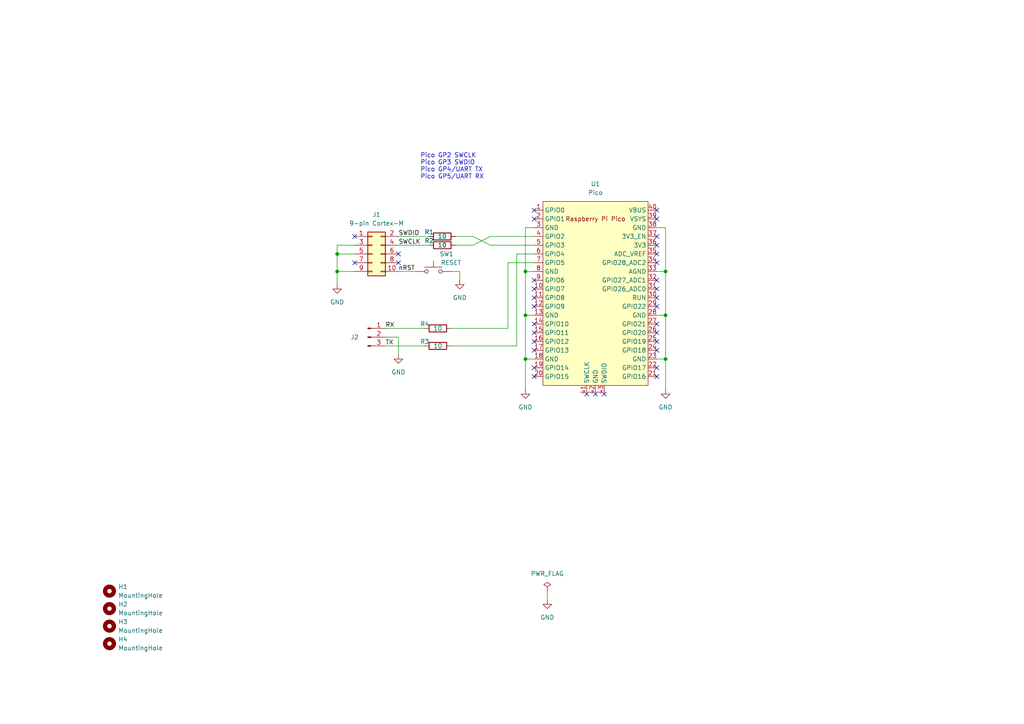
<source format=kicad_sch>
(kicad_sch (version 20230121) (generator eeschema)

  (uuid a9f1bf11-b74a-40b1-8516-a48b84a9a03b)

  (paper "A4")

  (title_block
    (title "Raspberry Pi Pico SWD Debuger")
    (date "2023/10/07")
    (company "Masahiro Kusunoki JP3SRS")
  )

  (lib_symbols
    (symbol "Connector:Conn_01x03_Pin" (pin_names (offset 1.016) hide) (in_bom yes) (on_board yes)
      (property "Reference" "J" (at 0 5.08 0)
        (effects (font (size 1.27 1.27)))
      )
      (property "Value" "Conn_01x03_Pin" (at 0 -5.08 0)
        (effects (font (size 1.27 1.27)))
      )
      (property "Footprint" "" (at 0 0 0)
        (effects (font (size 1.27 1.27)) hide)
      )
      (property "Datasheet" "~" (at 0 0 0)
        (effects (font (size 1.27 1.27)) hide)
      )
      (property "ki_locked" "" (at 0 0 0)
        (effects (font (size 1.27 1.27)))
      )
      (property "ki_keywords" "connector" (at 0 0 0)
        (effects (font (size 1.27 1.27)) hide)
      )
      (property "ki_description" "Generic connector, single row, 01x03, script generated" (at 0 0 0)
        (effects (font (size 1.27 1.27)) hide)
      )
      (property "ki_fp_filters" "Connector*:*_1x??_*" (at 0 0 0)
        (effects (font (size 1.27 1.27)) hide)
      )
      (symbol "Conn_01x03_Pin_1_1"
        (polyline
          (pts
            (xy 1.27 -2.54)
            (xy 0.8636 -2.54)
          )
          (stroke (width 0.1524) (type default))
          (fill (type none))
        )
        (polyline
          (pts
            (xy 1.27 0)
            (xy 0.8636 0)
          )
          (stroke (width 0.1524) (type default))
          (fill (type none))
        )
        (polyline
          (pts
            (xy 1.27 2.54)
            (xy 0.8636 2.54)
          )
          (stroke (width 0.1524) (type default))
          (fill (type none))
        )
        (rectangle (start 0.8636 -2.413) (end 0 -2.667)
          (stroke (width 0.1524) (type default))
          (fill (type outline))
        )
        (rectangle (start 0.8636 0.127) (end 0 -0.127)
          (stroke (width 0.1524) (type default))
          (fill (type outline))
        )
        (rectangle (start 0.8636 2.667) (end 0 2.413)
          (stroke (width 0.1524) (type default))
          (fill (type outline))
        )
        (pin passive line (at 5.08 2.54 180) (length 3.81)
          (name "Pin_1" (effects (font (size 1.27 1.27))))
          (number "1" (effects (font (size 1.27 1.27))))
        )
        (pin passive line (at 5.08 0 180) (length 3.81)
          (name "Pin_2" (effects (font (size 1.27 1.27))))
          (number "2" (effects (font (size 1.27 1.27))))
        )
        (pin passive line (at 5.08 -2.54 180) (length 3.81)
          (name "Pin_3" (effects (font (size 1.27 1.27))))
          (number "3" (effects (font (size 1.27 1.27))))
        )
      )
    )
    (symbol "Connector_Generic:Conn_02x05_Odd_Even" (pin_names (offset 1.016) hide) (in_bom yes) (on_board yes)
      (property "Reference" "J" (at 1.27 7.62 0)
        (effects (font (size 1.27 1.27)))
      )
      (property "Value" "Conn_02x05_Odd_Even" (at 1.27 -7.62 0)
        (effects (font (size 1.27 1.27)))
      )
      (property "Footprint" "" (at 0 0 0)
        (effects (font (size 1.27 1.27)) hide)
      )
      (property "Datasheet" "~" (at 0 0 0)
        (effects (font (size 1.27 1.27)) hide)
      )
      (property "ki_keywords" "connector" (at 0 0 0)
        (effects (font (size 1.27 1.27)) hide)
      )
      (property "ki_description" "Generic connector, double row, 02x05, odd/even pin numbering scheme (row 1 odd numbers, row 2 even numbers), script generated (kicad-library-utils/schlib/autogen/connector/)" (at 0 0 0)
        (effects (font (size 1.27 1.27)) hide)
      )
      (property "ki_fp_filters" "Connector*:*_2x??_*" (at 0 0 0)
        (effects (font (size 1.27 1.27)) hide)
      )
      (symbol "Conn_02x05_Odd_Even_1_1"
        (rectangle (start -1.27 -4.953) (end 0 -5.207)
          (stroke (width 0.1524) (type default))
          (fill (type none))
        )
        (rectangle (start -1.27 -2.413) (end 0 -2.667)
          (stroke (width 0.1524) (type default))
          (fill (type none))
        )
        (rectangle (start -1.27 0.127) (end 0 -0.127)
          (stroke (width 0.1524) (type default))
          (fill (type none))
        )
        (rectangle (start -1.27 2.667) (end 0 2.413)
          (stroke (width 0.1524) (type default))
          (fill (type none))
        )
        (rectangle (start -1.27 5.207) (end 0 4.953)
          (stroke (width 0.1524) (type default))
          (fill (type none))
        )
        (rectangle (start -1.27 6.35) (end 3.81 -6.35)
          (stroke (width 0.254) (type default))
          (fill (type background))
        )
        (rectangle (start 3.81 -4.953) (end 2.54 -5.207)
          (stroke (width 0.1524) (type default))
          (fill (type none))
        )
        (rectangle (start 3.81 -2.413) (end 2.54 -2.667)
          (stroke (width 0.1524) (type default))
          (fill (type none))
        )
        (rectangle (start 3.81 0.127) (end 2.54 -0.127)
          (stroke (width 0.1524) (type default))
          (fill (type none))
        )
        (rectangle (start 3.81 2.667) (end 2.54 2.413)
          (stroke (width 0.1524) (type default))
          (fill (type none))
        )
        (rectangle (start 3.81 5.207) (end 2.54 4.953)
          (stroke (width 0.1524) (type default))
          (fill (type none))
        )
        (pin passive line (at -5.08 5.08 0) (length 3.81)
          (name "Pin_1" (effects (font (size 1.27 1.27))))
          (number "1" (effects (font (size 1.27 1.27))))
        )
        (pin passive line (at 7.62 -5.08 180) (length 3.81)
          (name "Pin_10" (effects (font (size 1.27 1.27))))
          (number "10" (effects (font (size 1.27 1.27))))
        )
        (pin passive line (at 7.62 5.08 180) (length 3.81)
          (name "Pin_2" (effects (font (size 1.27 1.27))))
          (number "2" (effects (font (size 1.27 1.27))))
        )
        (pin passive line (at -5.08 2.54 0) (length 3.81)
          (name "Pin_3" (effects (font (size 1.27 1.27))))
          (number "3" (effects (font (size 1.27 1.27))))
        )
        (pin passive line (at 7.62 2.54 180) (length 3.81)
          (name "Pin_4" (effects (font (size 1.27 1.27))))
          (number "4" (effects (font (size 1.27 1.27))))
        )
        (pin passive line (at -5.08 0 0) (length 3.81)
          (name "Pin_5" (effects (font (size 1.27 1.27))))
          (number "5" (effects (font (size 1.27 1.27))))
        )
        (pin passive line (at 7.62 0 180) (length 3.81)
          (name "Pin_6" (effects (font (size 1.27 1.27))))
          (number "6" (effects (font (size 1.27 1.27))))
        )
        (pin passive line (at -5.08 -2.54 0) (length 3.81)
          (name "Pin_7" (effects (font (size 1.27 1.27))))
          (number "7" (effects (font (size 1.27 1.27))))
        )
        (pin passive line (at 7.62 -2.54 180) (length 3.81)
          (name "Pin_8" (effects (font (size 1.27 1.27))))
          (number "8" (effects (font (size 1.27 1.27))))
        )
        (pin passive line (at -5.08 -5.08 0) (length 3.81)
          (name "Pin_9" (effects (font (size 1.27 1.27))))
          (number "9" (effects (font (size 1.27 1.27))))
        )
      )
    )
    (symbol "Device:R" (pin_numbers hide) (pin_names (offset 0)) (in_bom yes) (on_board yes)
      (property "Reference" "R" (at 2.032 0 90)
        (effects (font (size 1.27 1.27)))
      )
      (property "Value" "R" (at 0 0 90)
        (effects (font (size 1.27 1.27)))
      )
      (property "Footprint" "" (at -1.778 0 90)
        (effects (font (size 1.27 1.27)) hide)
      )
      (property "Datasheet" "~" (at 0 0 0)
        (effects (font (size 1.27 1.27)) hide)
      )
      (property "ki_keywords" "R res resistor" (at 0 0 0)
        (effects (font (size 1.27 1.27)) hide)
      )
      (property "ki_description" "Resistor" (at 0 0 0)
        (effects (font (size 1.27 1.27)) hide)
      )
      (property "ki_fp_filters" "R_*" (at 0 0 0)
        (effects (font (size 1.27 1.27)) hide)
      )
      (symbol "R_0_1"
        (rectangle (start -1.016 -2.54) (end 1.016 2.54)
          (stroke (width 0.254) (type default))
          (fill (type none))
        )
      )
      (symbol "R_1_1"
        (pin passive line (at 0 3.81 270) (length 1.27)
          (name "~" (effects (font (size 1.27 1.27))))
          (number "1" (effects (font (size 1.27 1.27))))
        )
        (pin passive line (at 0 -3.81 90) (length 1.27)
          (name "~" (effects (font (size 1.27 1.27))))
          (number "2" (effects (font (size 1.27 1.27))))
        )
      )
    )
    (symbol "GND_1" (power) (pin_names (offset 0)) (in_bom yes) (on_board yes)
      (property "Reference" "#PWR" (at 0 -6.35 0)
        (effects (font (size 1.27 1.27)) hide)
      )
      (property "Value" "GND_1" (at 0 -3.81 0)
        (effects (font (size 1.27 1.27)))
      )
      (property "Footprint" "" (at 0 0 0)
        (effects (font (size 1.27 1.27)) hide)
      )
      (property "Datasheet" "" (at 0 0 0)
        (effects (font (size 1.27 1.27)) hide)
      )
      (property "ki_keywords" "global power" (at 0 0 0)
        (effects (font (size 1.27 1.27)) hide)
      )
      (property "ki_description" "Power symbol creates a global label with name \"GND\" , ground" (at 0 0 0)
        (effects (font (size 1.27 1.27)) hide)
      )
      (symbol "GND_1_0_1"
        (polyline
          (pts
            (xy 0 0)
            (xy 0 -1.27)
            (xy 1.27 -1.27)
            (xy 0 -2.54)
            (xy -1.27 -1.27)
            (xy 0 -1.27)
          )
          (stroke (width 0) (type default))
          (fill (type none))
        )
      )
      (symbol "GND_1_1_1"
        (pin power_in line (at 0 0 270) (length 0) hide
          (name "GND" (effects (font (size 1.27 1.27))))
          (number "1" (effects (font (size 1.27 1.27))))
        )
      )
    )
    (symbol "Mechanical:MountingHole" (pin_names (offset 1.016)) (in_bom yes) (on_board yes)
      (property "Reference" "H" (at 0 5.08 0)
        (effects (font (size 1.27 1.27)))
      )
      (property "Value" "MountingHole" (at 0 3.175 0)
        (effects (font (size 1.27 1.27)))
      )
      (property "Footprint" "" (at 0 0 0)
        (effects (font (size 1.27 1.27)) hide)
      )
      (property "Datasheet" "~" (at 0 0 0)
        (effects (font (size 1.27 1.27)) hide)
      )
      (property "ki_keywords" "mounting hole" (at 0 0 0)
        (effects (font (size 1.27 1.27)) hide)
      )
      (property "ki_description" "Mounting Hole without connection" (at 0 0 0)
        (effects (font (size 1.27 1.27)) hide)
      )
      (property "ki_fp_filters" "MountingHole*" (at 0 0 0)
        (effects (font (size 1.27 1.27)) hide)
      )
      (symbol "MountingHole_0_1"
        (circle (center 0 0) (radius 1.27)
          (stroke (width 1.27) (type default))
          (fill (type none))
        )
      )
    )
    (symbol "Switch:SW_Push" (pin_numbers hide) (pin_names (offset 1.016) hide) (in_bom yes) (on_board yes)
      (property "Reference" "SW" (at 1.27 2.54 0)
        (effects (font (size 1.27 1.27)) (justify left))
      )
      (property "Value" "SW_Push" (at 0 -1.524 0)
        (effects (font (size 1.27 1.27)))
      )
      (property "Footprint" "" (at 0 5.08 0)
        (effects (font (size 1.27 1.27)) hide)
      )
      (property "Datasheet" "~" (at 0 5.08 0)
        (effects (font (size 1.27 1.27)) hide)
      )
      (property "ki_keywords" "switch normally-open pushbutton push-button" (at 0 0 0)
        (effects (font (size 1.27 1.27)) hide)
      )
      (property "ki_description" "Push button switch, generic, two pins" (at 0 0 0)
        (effects (font (size 1.27 1.27)) hide)
      )
      (symbol "SW_Push_0_1"
        (circle (center -2.032 0) (radius 0.508)
          (stroke (width 0) (type default))
          (fill (type none))
        )
        (polyline
          (pts
            (xy 0 1.27)
            (xy 0 3.048)
          )
          (stroke (width 0) (type default))
          (fill (type none))
        )
        (polyline
          (pts
            (xy 2.54 1.27)
            (xy -2.54 1.27)
          )
          (stroke (width 0) (type default))
          (fill (type none))
        )
        (circle (center 2.032 0) (radius 0.508)
          (stroke (width 0) (type default))
          (fill (type none))
        )
        (pin passive line (at -5.08 0 0) (length 2.54)
          (name "1" (effects (font (size 1.27 1.27))))
          (number "1" (effects (font (size 1.27 1.27))))
        )
        (pin passive line (at 5.08 0 180) (length 2.54)
          (name "2" (effects (font (size 1.27 1.27))))
          (number "2" (effects (font (size 1.27 1.27))))
        )
      )
    )
    (symbol "_LocalSymbol_sym:Pico" (in_bom yes) (on_board yes)
      (property "Reference" "U" (at -13.97 27.94 0)
        (effects (font (size 1.27 1.27)))
      )
      (property "Value" "Pico" (at 0 19.05 0)
        (effects (font (size 1.27 1.27)))
      )
      (property "Footprint" "RPi_Pico:RPi_Pico_SMD_TH" (at 0 0 90)
        (effects (font (size 1.27 1.27)))
      )
      (property "Datasheet" "" (at 0 0 0)
        (effects (font (size 1.27 1.27)) hide)
      )
      (property "Sim.Enable" "0" (at 0 0 0)
        (effects (font (size 1.27 1.27)) hide)
      )
      (symbol "Pico_0_0"
        (text "Raspberry Pi Pico" (at 0 21.59 0)
          (effects (font (size 1.27 1.27)))
        )
      )
      (symbol "Pico_0_1"
        (rectangle (start -15.24 26.67) (end 15.24 -26.67)
          (stroke (width 0) (type default))
          (fill (type background))
        )
      )
      (symbol "Pico_1_1"
        (pin bidirectional line (at -17.78 24.13 0) (length 2.54)
          (name "GPIO0" (effects (font (size 1.27 1.27))))
          (number "1" (effects (font (size 1.27 1.27))))
        )
        (pin bidirectional line (at -17.78 1.27 0) (length 2.54)
          (name "GPIO7" (effects (font (size 1.27 1.27))))
          (number "10" (effects (font (size 1.27 1.27))))
        )
        (pin bidirectional line (at -17.78 -1.27 0) (length 2.54)
          (name "GPIO8" (effects (font (size 1.27 1.27))))
          (number "11" (effects (font (size 1.27 1.27))))
        )
        (pin bidirectional line (at -17.78 -3.81 0) (length 2.54)
          (name "GPIO9" (effects (font (size 1.27 1.27))))
          (number "12" (effects (font (size 1.27 1.27))))
        )
        (pin power_in line (at -17.78 -6.35 0) (length 2.54)
          (name "GND" (effects (font (size 1.27 1.27))))
          (number "13" (effects (font (size 1.27 1.27))))
        )
        (pin bidirectional line (at -17.78 -8.89 0) (length 2.54)
          (name "GPIO10" (effects (font (size 1.27 1.27))))
          (number "14" (effects (font (size 1.27 1.27))))
        )
        (pin bidirectional line (at -17.78 -11.43 0) (length 2.54)
          (name "GPIO11" (effects (font (size 1.27 1.27))))
          (number "15" (effects (font (size 1.27 1.27))))
        )
        (pin bidirectional line (at -17.78 -13.97 0) (length 2.54)
          (name "GPIO12" (effects (font (size 1.27 1.27))))
          (number "16" (effects (font (size 1.27 1.27))))
        )
        (pin bidirectional line (at -17.78 -16.51 0) (length 2.54)
          (name "GPIO13" (effects (font (size 1.27 1.27))))
          (number "17" (effects (font (size 1.27 1.27))))
        )
        (pin power_in line (at -17.78 -19.05 0) (length 2.54)
          (name "GND" (effects (font (size 1.27 1.27))))
          (number "18" (effects (font (size 1.27 1.27))))
        )
        (pin bidirectional line (at -17.78 -21.59 0) (length 2.54)
          (name "GPIO14" (effects (font (size 1.27 1.27))))
          (number "19" (effects (font (size 1.27 1.27))))
        )
        (pin bidirectional line (at -17.78 21.59 0) (length 2.54)
          (name "GPIO1" (effects (font (size 1.27 1.27))))
          (number "2" (effects (font (size 1.27 1.27))))
        )
        (pin bidirectional line (at -17.78 -24.13 0) (length 2.54)
          (name "GPIO15" (effects (font (size 1.27 1.27))))
          (number "20" (effects (font (size 1.27 1.27))))
        )
        (pin bidirectional line (at 17.78 -24.13 180) (length 2.54)
          (name "GPIO16" (effects (font (size 1.27 1.27))))
          (number "21" (effects (font (size 1.27 1.27))))
        )
        (pin bidirectional line (at 17.78 -21.59 180) (length 2.54)
          (name "GPIO17" (effects (font (size 1.27 1.27))))
          (number "22" (effects (font (size 1.27 1.27))))
        )
        (pin power_in line (at 17.78 -19.05 180) (length 2.54)
          (name "GND" (effects (font (size 1.27 1.27))))
          (number "23" (effects (font (size 1.27 1.27))))
        )
        (pin bidirectional line (at 17.78 -16.51 180) (length 2.54)
          (name "GPIO18" (effects (font (size 1.27 1.27))))
          (number "24" (effects (font (size 1.27 1.27))))
        )
        (pin bidirectional line (at 17.78 -13.97 180) (length 2.54)
          (name "GPIO19" (effects (font (size 1.27 1.27))))
          (number "25" (effects (font (size 1.27 1.27))))
        )
        (pin bidirectional line (at 17.78 -11.43 180) (length 2.54)
          (name "GPIO20" (effects (font (size 1.27 1.27))))
          (number "26" (effects (font (size 1.27 1.27))))
        )
        (pin bidirectional line (at 17.78 -8.89 180) (length 2.54)
          (name "GPIO21" (effects (font (size 1.27 1.27))))
          (number "27" (effects (font (size 1.27 1.27))))
        )
        (pin power_in line (at 17.78 -6.35 180) (length 2.54)
          (name "GND" (effects (font (size 1.27 1.27))))
          (number "28" (effects (font (size 1.27 1.27))))
        )
        (pin bidirectional line (at 17.78 -3.81 180) (length 2.54)
          (name "GPIO22" (effects (font (size 1.27 1.27))))
          (number "29" (effects (font (size 1.27 1.27))))
        )
        (pin power_in line (at -17.78 19.05 0) (length 2.54)
          (name "GND" (effects (font (size 1.27 1.27))))
          (number "3" (effects (font (size 1.27 1.27))))
        )
        (pin input line (at 17.78 -1.27 180) (length 2.54)
          (name "RUN" (effects (font (size 1.27 1.27))))
          (number "30" (effects (font (size 1.27 1.27))))
        )
        (pin bidirectional line (at 17.78 1.27 180) (length 2.54)
          (name "GPIO26_ADC0" (effects (font (size 1.27 1.27))))
          (number "31" (effects (font (size 1.27 1.27))))
        )
        (pin bidirectional line (at 17.78 3.81 180) (length 2.54)
          (name "GPIO27_ADC1" (effects (font (size 1.27 1.27))))
          (number "32" (effects (font (size 1.27 1.27))))
        )
        (pin power_in line (at 17.78 6.35 180) (length 2.54)
          (name "AGND" (effects (font (size 1.27 1.27))))
          (number "33" (effects (font (size 1.27 1.27))))
        )
        (pin bidirectional line (at 17.78 8.89 180) (length 2.54)
          (name "GPIO28_ADC2" (effects (font (size 1.27 1.27))))
          (number "34" (effects (font (size 1.27 1.27))))
        )
        (pin power_in line (at 17.78 11.43 180) (length 2.54)
          (name "ADC_VREF" (effects (font (size 1.27 1.27))))
          (number "35" (effects (font (size 1.27 1.27))))
        )
        (pin power_in line (at 17.78 13.97 180) (length 2.54)
          (name "3V3" (effects (font (size 1.27 1.27))))
          (number "36" (effects (font (size 1.27 1.27))))
        )
        (pin input line (at 17.78 16.51 180) (length 2.54)
          (name "3V3_EN" (effects (font (size 1.27 1.27))))
          (number "37" (effects (font (size 1.27 1.27))))
        )
        (pin power_in line (at 17.78 19.05 180) (length 2.54)
          (name "GND" (effects (font (size 1.27 1.27))))
          (number "38" (effects (font (size 1.27 1.27))))
        )
        (pin power_in line (at 17.78 21.59 180) (length 2.54)
          (name "VSYS" (effects (font (size 1.27 1.27))))
          (number "39" (effects (font (size 1.27 1.27))))
        )
        (pin bidirectional line (at -17.78 16.51 0) (length 2.54)
          (name "GPIO2" (effects (font (size 1.27 1.27))))
          (number "4" (effects (font (size 1.27 1.27))))
        )
        (pin power_in line (at 17.78 24.13 180) (length 2.54)
          (name "VBUS" (effects (font (size 1.27 1.27))))
          (number "40" (effects (font (size 1.27 1.27))))
        )
        (pin input line (at -2.54 -29.21 90) (length 2.54)
          (name "SWCLK" (effects (font (size 1.27 1.27))))
          (number "41" (effects (font (size 1.27 1.27))))
        )
        (pin power_in line (at 0 -29.21 90) (length 2.54)
          (name "GND" (effects (font (size 1.27 1.27))))
          (number "42" (effects (font (size 1.27 1.27))))
        )
        (pin bidirectional line (at 2.54 -29.21 90) (length 2.54)
          (name "SWDIO" (effects (font (size 1.27 1.27))))
          (number "43" (effects (font (size 1.27 1.27))))
        )
        (pin bidirectional line (at -17.78 13.97 0) (length 2.54)
          (name "GPIO3" (effects (font (size 1.27 1.27))))
          (number "5" (effects (font (size 1.27 1.27))))
        )
        (pin bidirectional line (at -17.78 11.43 0) (length 2.54)
          (name "GPIO4" (effects (font (size 1.27 1.27))))
          (number "6" (effects (font (size 1.27 1.27))))
        )
        (pin bidirectional line (at -17.78 8.89 0) (length 2.54)
          (name "GPIO5" (effects (font (size 1.27 1.27))))
          (number "7" (effects (font (size 1.27 1.27))))
        )
        (pin power_in line (at -17.78 6.35 0) (length 2.54)
          (name "GND" (effects (font (size 1.27 1.27))))
          (number "8" (effects (font (size 1.27 1.27))))
        )
        (pin bidirectional line (at -17.78 3.81 0) (length 2.54)
          (name "GPIO6" (effects (font (size 1.27 1.27))))
          (number "9" (effects (font (size 1.27 1.27))))
        )
      )
    )
    (symbol "power:GND" (power) (pin_names (offset 0)) (in_bom yes) (on_board yes)
      (property "Reference" "#PWR" (at 0 -6.35 0)
        (effects (font (size 1.27 1.27)) hide)
      )
      (property "Value" "GND" (at 0 -3.81 0)
        (effects (font (size 1.27 1.27)))
      )
      (property "Footprint" "" (at 0 0 0)
        (effects (font (size 1.27 1.27)) hide)
      )
      (property "Datasheet" "" (at 0 0 0)
        (effects (font (size 1.27 1.27)) hide)
      )
      (property "ki_keywords" "global power" (at 0 0 0)
        (effects (font (size 1.27 1.27)) hide)
      )
      (property "ki_description" "Power symbol creates a global label with name \"GND\" , ground" (at 0 0 0)
        (effects (font (size 1.27 1.27)) hide)
      )
      (symbol "GND_0_1"
        (polyline
          (pts
            (xy 0 0)
            (xy 0 -1.27)
            (xy 1.27 -1.27)
            (xy 0 -2.54)
            (xy -1.27 -1.27)
            (xy 0 -1.27)
          )
          (stroke (width 0) (type default))
          (fill (type none))
        )
      )
      (symbol "GND_1_1"
        (pin power_in line (at 0 0 270) (length 0) hide
          (name "GND" (effects (font (size 1.27 1.27))))
          (number "1" (effects (font (size 1.27 1.27))))
        )
      )
    )
    (symbol "power:PWR_FLAG" (power) (pin_numbers hide) (pin_names (offset 0) hide) (in_bom yes) (on_board yes)
      (property "Reference" "#FLG" (at 0 1.905 0)
        (effects (font (size 1.27 1.27)) hide)
      )
      (property "Value" "PWR_FLAG" (at 0 3.81 0)
        (effects (font (size 1.27 1.27)))
      )
      (property "Footprint" "" (at 0 0 0)
        (effects (font (size 1.27 1.27)) hide)
      )
      (property "Datasheet" "~" (at 0 0 0)
        (effects (font (size 1.27 1.27)) hide)
      )
      (property "ki_keywords" "flag power" (at 0 0 0)
        (effects (font (size 1.27 1.27)) hide)
      )
      (property "ki_description" "Special symbol for telling ERC where power comes from" (at 0 0 0)
        (effects (font (size 1.27 1.27)) hide)
      )
      (symbol "PWR_FLAG_0_0"
        (pin power_out line (at 0 0 90) (length 0)
          (name "pwr" (effects (font (size 1.27 1.27))))
          (number "1" (effects (font (size 1.27 1.27))))
        )
      )
      (symbol "PWR_FLAG_0_1"
        (polyline
          (pts
            (xy 0 0)
            (xy 0 1.27)
            (xy -1.016 1.905)
            (xy 0 2.54)
            (xy 1.016 1.905)
            (xy 0 1.27)
          )
          (stroke (width 0) (type default))
          (fill (type none))
        )
      )
    )
  )

  (junction (at 193.04 78.74) (diameter 0) (color 0 0 0 0)
    (uuid 1307646c-066e-4308-9788-519a74fb4a4d)
  )
  (junction (at 152.4 91.44) (diameter 0) (color 0 0 0 0)
    (uuid 3fb8181b-1db1-42ff-b7c7-41eb542d5cbf)
  )
  (junction (at 97.79 73.66) (diameter 0) (color 0 0 0 0)
    (uuid 5251d28e-6c4c-43d1-bd85-af9c77430ed6)
  )
  (junction (at 193.04 91.44) (diameter 0) (color 0 0 0 0)
    (uuid 5b96d52b-e53c-4f8e-a27f-24adcfffecde)
  )
  (junction (at 152.4 78.74) (diameter 0) (color 0 0 0 0)
    (uuid 6e55c35b-cafe-4805-a5c8-8a14cbeef9d3)
  )
  (junction (at 97.79 78.74) (diameter 0) (color 0 0 0 0)
    (uuid 82ca4113-eb36-4f2e-9ec5-03ec6c812712)
  )
  (junction (at 152.4 104.14) (diameter 0) (color 0 0 0 0)
    (uuid 9add8b65-0403-42ee-8436-a1e0614cc3b6)
  )
  (junction (at 193.04 104.14) (diameter 0) (color 0 0 0 0)
    (uuid a0bb363a-30d4-4107-b0bd-797fcdd6296e)
  )

  (no_connect (at 115.57 76.2) (uuid 519f58e2-c2b3-45b7-aadc-b888228dd8cb))
  (no_connect (at 102.87 68.58) (uuid 543b21c9-679b-45b0-989f-3c065ae4900b))
  (no_connect (at 115.57 73.66) (uuid 57607b3d-3d57-4f69-917e-caee0c33c2b0))
  (no_connect (at 190.5 60.96) (uuid 5fb01af9-4f66-4ca1-9cbb-1b220d673a02))
  (no_connect (at 190.5 71.12) (uuid 5fb01af9-4f66-4ca1-9cbb-1b220d673a03))
  (no_connect (at 190.5 73.66) (uuid 5fb01af9-4f66-4ca1-9cbb-1b220d673a04))
  (no_connect (at 154.94 81.28) (uuid 92ccfcd6-57a7-4d62-8e54-b05423970428))
  (no_connect (at 154.94 83.82) (uuid 92ccfcd6-57a7-4d62-8e54-b05423970429))
  (no_connect (at 154.94 86.36) (uuid 92ccfcd6-57a7-4d62-8e54-b0542397042a))
  (no_connect (at 154.94 88.9) (uuid 92ccfcd6-57a7-4d62-8e54-b0542397042b))
  (no_connect (at 190.5 68.58) (uuid 92ccfcd6-57a7-4d62-8e54-b0542397042c))
  (no_connect (at 190.5 76.2) (uuid 92ccfcd6-57a7-4d62-8e54-b0542397042d))
  (no_connect (at 190.5 81.28) (uuid 92ccfcd6-57a7-4d62-8e54-b0542397042e))
  (no_connect (at 190.5 83.82) (uuid 92ccfcd6-57a7-4d62-8e54-b0542397042f))
  (no_connect (at 102.87 76.2) (uuid 9610f3f3-63a8-4654-a7b8-2f54728722d7))
  (no_connect (at 154.94 101.6) (uuid bbcc58a2-ea8d-4814-8cc7-87f076ba20e5))
  (no_connect (at 154.94 99.06) (uuid bbcc58a2-ea8d-4814-8cc7-87f076ba20e6))
  (no_connect (at 154.94 96.52) (uuid bbcc58a2-ea8d-4814-8cc7-87f076ba20e7))
  (no_connect (at 154.94 93.98) (uuid bbcc58a2-ea8d-4814-8cc7-87f076ba20e8))
  (no_connect (at 190.5 93.98) (uuid bbcc58a2-ea8d-4814-8cc7-87f076ba20e9))
  (no_connect (at 190.5 86.36) (uuid bbcc58a2-ea8d-4814-8cc7-87f076ba20ea))
  (no_connect (at 190.5 101.6) (uuid bbcc58a2-ea8d-4814-8cc7-87f076ba20eb))
  (no_connect (at 190.5 96.52) (uuid bbcc58a2-ea8d-4814-8cc7-87f076ba20ec))
  (no_connect (at 190.5 88.9) (uuid bbcc58a2-ea8d-4814-8cc7-87f076ba20ed))
  (no_connect (at 190.5 99.06) (uuid bbcc58a2-ea8d-4814-8cc7-87f076ba20ee))
  (no_connect (at 190.5 109.22) (uuid bbcc58a2-ea8d-4814-8cc7-87f076ba20ef))
  (no_connect (at 175.26 114.3) (uuid bbcc58a2-ea8d-4814-8cc7-87f076ba20f0))
  (no_connect (at 170.18 114.3) (uuid bbcc58a2-ea8d-4814-8cc7-87f076ba20f1))
  (no_connect (at 172.72 114.3) (uuid bbcc58a2-ea8d-4814-8cc7-87f076ba20f2))
  (no_connect (at 190.5 106.68) (uuid bbcc58a2-ea8d-4814-8cc7-87f076ba20f3))
  (no_connect (at 154.94 109.22) (uuid bbcc58a2-ea8d-4814-8cc7-87f076ba20f4))
  (no_connect (at 154.94 106.68) (uuid bbcc58a2-ea8d-4814-8cc7-87f076ba20f5))
  (no_connect (at 154.94 60.96) (uuid bbcc58a2-ea8d-4814-8cc7-87f076ba20f6))
  (no_connect (at 154.94 63.5) (uuid bbcc58a2-ea8d-4814-8cc7-87f076ba20f7))
  (no_connect (at 190.5 63.5) (uuid e5284a21-196b-4407-b388-45eb00a5b5b1))

  (wire (pts (xy 190.5 78.74) (xy 193.04 78.74))
    (stroke (width 0) (type default))
    (uuid 036e3ff8-7260-48d9-83a8-b2294bbe4f5e)
  )
  (wire (pts (xy 137.16 68.58) (xy 132.08 68.58))
    (stroke (width 0) (type default))
    (uuid 0741d6fb-3b05-49a0-8e50-e32c7d77daa7)
  )
  (wire (pts (xy 124.46 68.58) (xy 115.57 68.58))
    (stroke (width 0) (type default))
    (uuid 1b5b2809-1f3f-4bc4-8ad2-8dd6f8b1a662)
  )
  (wire (pts (xy 190.5 91.44) (xy 193.04 91.44))
    (stroke (width 0) (type default))
    (uuid 1d98618d-6871-4a79-8f34-3014ddda0650)
  )
  (wire (pts (xy 111.76 97.79) (xy 115.57 97.79))
    (stroke (width 0) (type default))
    (uuid 203768cf-fd86-41bc-bb28-ae4bdc9130c8)
  )
  (wire (pts (xy 190.5 104.14) (xy 193.04 104.14))
    (stroke (width 0) (type default))
    (uuid 35349960-1fac-4e3c-8cd9-784cef3ae71d)
  )
  (wire (pts (xy 97.79 78.74) (xy 97.79 82.55))
    (stroke (width 0) (type default))
    (uuid 35d13abf-9f22-48b4-8357-a9ead0ea3202)
  )
  (wire (pts (xy 130.81 78.74) (xy 133.35 78.74))
    (stroke (width 0) (type default))
    (uuid 3f64d28c-26d0-4a16-96bd-37eb5e3080fa)
  )
  (wire (pts (xy 193.04 104.14) (xy 193.04 113.03))
    (stroke (width 0) (type default))
    (uuid 4478972b-bc7f-4b47-bfe7-c6285381de06)
  )
  (wire (pts (xy 142.24 68.58) (xy 154.94 68.58))
    (stroke (width 0) (type default))
    (uuid 49c51bed-11cc-44b6-b70b-4d8096959a31)
  )
  (wire (pts (xy 154.94 76.2) (xy 147.32 76.2))
    (stroke (width 0) (type default))
    (uuid 4d22e88c-16a5-4c65-a09b-5f3faf85ce3a)
  )
  (wire (pts (xy 130.81 100.33) (xy 149.86 100.33))
    (stroke (width 0) (type default))
    (uuid 535f4afb-59b3-4a64-8a49-fc550e08d0b5)
  )
  (wire (pts (xy 152.4 78.74) (xy 152.4 91.44))
    (stroke (width 0) (type default))
    (uuid 6705f633-620e-406d-8d2e-7afc7b2f3d55)
  )
  (wire (pts (xy 97.79 73.66) (xy 97.79 78.74))
    (stroke (width 0) (type default))
    (uuid 6f0911dc-dcce-41e7-99a0-7429641f2ce0)
  )
  (wire (pts (xy 154.94 91.44) (xy 152.4 91.44))
    (stroke (width 0) (type default))
    (uuid 739bfd19-a75b-4ecb-8c90-28ce8510d186)
  )
  (wire (pts (xy 97.79 73.66) (xy 102.87 73.66))
    (stroke (width 0) (type default))
    (uuid 74ec9c73-3bcd-442a-a348-a76c14cfec5c)
  )
  (wire (pts (xy 124.46 71.12) (xy 115.57 71.12))
    (stroke (width 0) (type default))
    (uuid 7be967bb-1477-46b0-b3b7-179771b328b0)
  )
  (wire (pts (xy 102.87 71.12) (xy 97.79 71.12))
    (stroke (width 0) (type default))
    (uuid 7d7d3912-1864-401b-b6ee-6624f5bcf9ca)
  )
  (wire (pts (xy 142.24 68.58) (xy 137.16 71.12))
    (stroke (width 0) (type default))
    (uuid 7df6c41b-d6e2-4407-b370-c9e6dcbf7cd7)
  )
  (wire (pts (xy 152.4 91.44) (xy 152.4 104.14))
    (stroke (width 0) (type default))
    (uuid 8450d924-39b5-4361-81f8-862d9f99132d)
  )
  (wire (pts (xy 97.79 71.12) (xy 97.79 73.66))
    (stroke (width 0) (type default))
    (uuid 9338be89-4b68-4ca1-9ab1-0d3221f3d333)
  )
  (wire (pts (xy 154.94 66.04) (xy 152.4 66.04))
    (stroke (width 0) (type default))
    (uuid 977e74aa-399b-401a-a647-0d4e280d79e7)
  )
  (wire (pts (xy 111.76 95.25) (xy 123.19 95.25))
    (stroke (width 0) (type default))
    (uuid 986dc882-a121-45f3-adac-6c1d4f4e9cd6)
  )
  (wire (pts (xy 152.4 66.04) (xy 152.4 78.74))
    (stroke (width 0) (type default))
    (uuid 9895503d-c224-4b3d-9a32-2c32fb76b14f)
  )
  (wire (pts (xy 137.16 71.12) (xy 132.08 71.12))
    (stroke (width 0) (type default))
    (uuid 99cbfc92-8dd7-47d1-b225-275ed38a1383)
  )
  (wire (pts (xy 158.75 171.45) (xy 158.75 173.99))
    (stroke (width 0) (type default))
    (uuid 9c939212-9678-4e62-9f5c-089bf07d244d)
  )
  (wire (pts (xy 147.32 95.25) (xy 130.81 95.25))
    (stroke (width 0) (type default))
    (uuid a109c851-6f80-4281-a18b-070eb230fd53)
  )
  (wire (pts (xy 102.87 78.74) (xy 97.79 78.74))
    (stroke (width 0) (type default))
    (uuid a6b7dab9-1bcf-4d81-98fe-d9716804ed24)
  )
  (wire (pts (xy 115.57 97.79) (xy 115.57 102.87))
    (stroke (width 0) (type default))
    (uuid af633dc9-b600-4523-83ff-b400816412a5)
  )
  (wire (pts (xy 154.94 104.14) (xy 152.4 104.14))
    (stroke (width 0) (type default))
    (uuid b1e5116c-1a44-4e0e-a43e-eb43c5aeb9b5)
  )
  (wire (pts (xy 152.4 104.14) (xy 152.4 113.03))
    (stroke (width 0) (type default))
    (uuid b2a15253-a912-47d9-b43d-cc5ecede0402)
  )
  (wire (pts (xy 149.86 73.66) (xy 154.94 73.66))
    (stroke (width 0) (type default))
    (uuid b7bbbc79-c568-4358-a550-27a9a2b95a08)
  )
  (wire (pts (xy 193.04 78.74) (xy 193.04 91.44))
    (stroke (width 0) (type default))
    (uuid bd269358-8c6e-422b-9959-1be12bc957a3)
  )
  (wire (pts (xy 149.86 73.66) (xy 149.86 100.33))
    (stroke (width 0) (type default))
    (uuid c863e07d-5197-4e6e-9b19-468f34eef650)
  )
  (wire (pts (xy 142.24 71.12) (xy 137.16 68.58))
    (stroke (width 0) (type default))
    (uuid d41cd3ba-20f4-49e9-8eb6-516482ceb13a)
  )
  (wire (pts (xy 154.94 78.74) (xy 152.4 78.74))
    (stroke (width 0) (type default))
    (uuid d5048a6e-5c11-4b3a-985e-da72ff3cafad)
  )
  (wire (pts (xy 123.19 100.33) (xy 111.76 100.33))
    (stroke (width 0) (type default))
    (uuid dc2ea504-a623-49ed-8956-5412a426bfae)
  )
  (wire (pts (xy 115.57 78.74) (xy 120.65 78.74))
    (stroke (width 0) (type default))
    (uuid e0f7d12b-2a3d-4563-90c8-ec9dd7438ad6)
  )
  (wire (pts (xy 142.24 71.12) (xy 154.94 71.12))
    (stroke (width 0) (type default))
    (uuid e10b2076-9eaf-47a4-95bf-b8838e3aed69)
  )
  (wire (pts (xy 190.5 66.04) (xy 193.04 66.04))
    (stroke (width 0) (type default))
    (uuid ecf1a2c4-34ca-45b1-be16-0e4911756274)
  )
  (wire (pts (xy 133.35 78.74) (xy 133.35 81.28))
    (stroke (width 0) (type default))
    (uuid eda6f829-7fe5-4db1-a024-2f8629d62473)
  )
  (wire (pts (xy 193.04 91.44) (xy 193.04 104.14))
    (stroke (width 0) (type default))
    (uuid fdaa1a0f-cfc3-4b52-858e-6ff185a6354d)
  )
  (wire (pts (xy 147.32 76.2) (xy 147.32 95.25))
    (stroke (width 0) (type default))
    (uuid fdff3c7a-bae3-426a-8d92-7db298e471c5)
  )
  (wire (pts (xy 193.04 66.04) (xy 193.04 78.74))
    (stroke (width 0) (type default))
    (uuid ff75206f-ad51-4cdb-a267-b43356ca21d5)
  )

  (text "Pico GP2 SWCLK\nPico GP3 SWDIO\nPico GP4/UART TX\nPico GP5/UART RX"
    (at 121.92 52.07 0)
    (effects (font (size 1.27 1.27)) (justify left bottom))
    (uuid 32219416-083d-4007-b212-d20162d7657b)
  )

  (label "SWDIO" (at 115.57 68.58 0) (fields_autoplaced)
    (effects (font (size 1.27 1.27)) (justify left bottom))
    (uuid 087f9ceb-6268-4f17-9de4-9468749705c2)
  )
  (label "RX" (at 111.76 95.25 0) (fields_autoplaced)
    (effects (font (size 1.27 1.27)) (justify left bottom))
    (uuid 58168320-fcb7-4856-8828-dc410dcecce8)
  )
  (label "SWCLK" (at 115.57 71.12 0) (fields_autoplaced)
    (effects (font (size 1.27 1.27)) (justify left bottom))
    (uuid d86b11c6-747b-47b8-bd29-83b383f48c9d)
  )
  (label "nRST" (at 115.57 78.74 0) (fields_autoplaced)
    (effects (font (size 1.27 1.27)) (justify left bottom))
    (uuid db2cfc06-d720-4cc0-8155-2221c269ea6e)
  )
  (label "TX" (at 111.76 100.33 0) (fields_autoplaced)
    (effects (font (size 1.27 1.27)) (justify left bottom))
    (uuid ef8cfffc-6b7e-45c5-be91-91f3df35351d)
  )

  (symbol (lib_name "GND_1") (lib_id "power:GND") (at 115.57 102.87 0) (unit 1)
    (in_bom yes) (on_board yes) (dnp no) (fields_autoplaced)
    (uuid 0ae3b3e3-1099-4f56-8386-372d104fd5cc)
    (property "Reference" "#PWR02" (at 115.57 109.22 0)
      (effects (font (size 1.27 1.27)) hide)
    )
    (property "Value" "GND" (at 115.57 107.95 0)
      (effects (font (size 1.27 1.27)))
    )
    (property "Footprint" "" (at 115.57 102.87 0)
      (effects (font (size 1.27 1.27)) hide)
    )
    (property "Datasheet" "" (at 115.57 102.87 0)
      (effects (font (size 1.27 1.27)) hide)
    )
    (pin "1" (uuid 46fc5a3d-06db-479b-b81b-2443a1ce7471))
    (instances
      (project "KiCad"
        (path "/a9f1bf11-b74a-40b1-8516-a48b84a9a03b"
          (reference "#PWR02") (unit 1)
        )
      )
    )
  )

  (symbol (lib_id "Mechanical:MountingHole") (at 31.75 176.53 0) (unit 1)
    (in_bom yes) (on_board yes) (dnp no) (fields_autoplaced)
    (uuid 28e9a47a-a0a3-4721-a7c0-04d278d0c0fa)
    (property "Reference" "H2" (at 34.29 175.2599 0)
      (effects (font (size 1.27 1.27)) (justify left))
    )
    (property "Value" "MountingHole" (at 34.29 177.7999 0)
      (effects (font (size 1.27 1.27)) (justify left))
    )
    (property "Footprint" "MountingHole:MountingHole_3.2mm_M3" (at 31.75 176.53 0)
      (effects (font (size 1.27 1.27)) hide)
    )
    (property "Datasheet" "~" (at 31.75 176.53 0)
      (effects (font (size 1.27 1.27)) hide)
    )
    (instances
      (project "KiCad"
        (path "/a9f1bf11-b74a-40b1-8516-a48b84a9a03b"
          (reference "H2") (unit 1)
        )
      )
    )
  )

  (symbol (lib_id "Mechanical:MountingHole") (at 31.75 181.61 0) (unit 1)
    (in_bom yes) (on_board yes) (dnp no) (fields_autoplaced)
    (uuid 2d725e34-192f-4ca2-ae2b-50ea84cea47b)
    (property "Reference" "H3" (at 34.29 180.3399 0)
      (effects (font (size 1.27 1.27)) (justify left))
    )
    (property "Value" "MountingHole" (at 34.29 182.8799 0)
      (effects (font (size 1.27 1.27)) (justify left))
    )
    (property "Footprint" "MountingHole:MountingHole_3.2mm_M3" (at 31.75 181.61 0)
      (effects (font (size 1.27 1.27)) hide)
    )
    (property "Datasheet" "~" (at 31.75 181.61 0)
      (effects (font (size 1.27 1.27)) hide)
    )
    (instances
      (project "KiCad"
        (path "/a9f1bf11-b74a-40b1-8516-a48b84a9a03b"
          (reference "H3") (unit 1)
        )
      )
    )
  )

  (symbol (lib_name "GND_1") (lib_id "power:GND") (at 193.04 113.03 0) (unit 1)
    (in_bom yes) (on_board yes) (dnp no) (fields_autoplaced)
    (uuid 2fa4710c-b67c-488f-8375-b8da3599635a)
    (property "Reference" "#PWR011" (at 193.04 119.38 0)
      (effects (font (size 1.27 1.27)) hide)
    )
    (property "Value" "GND" (at 193.04 118.11 0)
      (effects (font (size 1.27 1.27)))
    )
    (property "Footprint" "" (at 193.04 113.03 0)
      (effects (font (size 1.27 1.27)) hide)
    )
    (property "Datasheet" "" (at 193.04 113.03 0)
      (effects (font (size 1.27 1.27)) hide)
    )
    (pin "1" (uuid d17f3e5c-8ee4-415f-9efd-616b13ce65d1))
    (instances
      (project "KiCad"
        (path "/a9f1bf11-b74a-40b1-8516-a48b84a9a03b"
          (reference "#PWR011") (unit 1)
        )
      )
    )
  )

  (symbol (lib_id "Device:R") (at 127 100.33 90) (unit 1)
    (in_bom yes) (on_board yes) (dnp no)
    (uuid 3ba4772a-3731-49e0-81f0-4a335767a72a)
    (property "Reference" "R3" (at 123.19 99.06 90)
      (effects (font (size 1.27 1.27)))
    )
    (property "Value" "10" (at 127 100.33 90)
      (effects (font (size 1.27 1.27)))
    )
    (property "Footprint" "Resistor_SMD:R_0603_1608Metric_Pad0.98x0.95mm_HandSolder" (at 127 102.108 90)
      (effects (font (size 1.27 1.27)) hide)
    )
    (property "Datasheet" "~" (at 127 100.33 0)
      (effects (font (size 1.27 1.27)) hide)
    )
    (pin "1" (uuid adcf290f-642c-4c56-8c00-dede01ccd997))
    (pin "2" (uuid 27c0a864-e820-477b-9746-99c47399fbaf))
    (instances
      (project "KiCad"
        (path "/a9f1bf11-b74a-40b1-8516-a48b84a9a03b"
          (reference "R3") (unit 1)
        )
      )
    )
  )

  (symbol (lib_id "Connector:Conn_01x03_Pin") (at 106.68 97.79 0) (unit 1)
    (in_bom yes) (on_board yes) (dnp no)
    (uuid 4f788220-e21c-4155-854e-24710de75d1c)
    (property "Reference" "J2" (at 102.87 97.79 0)
      (effects (font (size 1.27 1.27)))
    )
    (property "Value" "Conn_01x03_Pin" (at 107.315 93.98 0)
      (effects (font (size 1.27 1.27)) hide)
    )
    (property "Footprint" "Connector_PinHeader_2.54mm:PinHeader_1x03_P2.54mm_Horizontal" (at 106.68 97.79 0)
      (effects (font (size 1.27 1.27)) hide)
    )
    (property "Datasheet" "~" (at 106.68 97.79 0)
      (effects (font (size 1.27 1.27)) hide)
    )
    (property "Sim.Enable" "0" (at 106.68 97.79 0)
      (effects (font (size 1.27 1.27)) hide)
    )
    (pin "1" (uuid 78935bb0-6fe1-43fa-9e82-5bf4b7888477))
    (pin "2" (uuid 0363358f-0e12-4f57-b5a0-b96808580a46))
    (pin "3" (uuid 5d6a5dd1-0a8e-40e6-9b05-5dd4b887d0c7))
    (instances
      (project "KiCad"
        (path "/a9f1bf11-b74a-40b1-8516-a48b84a9a03b"
          (reference "J2") (unit 1)
        )
      )
    )
  )

  (symbol (lib_id "Mechanical:MountingHole") (at 31.75 171.45 0) (unit 1)
    (in_bom yes) (on_board yes) (dnp no) (fields_autoplaced)
    (uuid 5752f393-e467-45d2-8d12-9ba5ed8ed8d7)
    (property "Reference" "H1" (at 34.29 170.1799 0)
      (effects (font (size 1.27 1.27)) (justify left))
    )
    (property "Value" "MountingHole" (at 34.29 172.7199 0)
      (effects (font (size 1.27 1.27)) (justify left))
    )
    (property "Footprint" "MountingHole:MountingHole_3.2mm_M3" (at 31.75 171.45 0)
      (effects (font (size 1.27 1.27)) hide)
    )
    (property "Datasheet" "~" (at 31.75 171.45 0)
      (effects (font (size 1.27 1.27)) hide)
    )
    (instances
      (project "KiCad"
        (path "/a9f1bf11-b74a-40b1-8516-a48b84a9a03b"
          (reference "H1") (unit 1)
        )
      )
    )
  )

  (symbol (lib_id "power:PWR_FLAG") (at 158.75 171.45 0) (unit 1)
    (in_bom yes) (on_board yes) (dnp no) (fields_autoplaced)
    (uuid 6317f7d1-3979-4c22-87c8-10b66bb03366)
    (property "Reference" "#FLG01" (at 158.75 169.545 0)
      (effects (font (size 1.27 1.27)) hide)
    )
    (property "Value" "PWR_FLAG" (at 158.75 166.37 0)
      (effects (font (size 1.27 1.27)))
    )
    (property "Footprint" "" (at 158.75 171.45 0)
      (effects (font (size 1.27 1.27)) hide)
    )
    (property "Datasheet" "~" (at 158.75 171.45 0)
      (effects (font (size 1.27 1.27)) hide)
    )
    (pin "1" (uuid 5a9d9f59-6337-4834-bb0d-5f29857705c1))
    (instances
      (project "KiCad"
        (path "/a9f1bf11-b74a-40b1-8516-a48b84a9a03b"
          (reference "#FLG01") (unit 1)
        )
      )
    )
  )

  (symbol (lib_id "Device:R") (at 128.27 68.58 90) (unit 1)
    (in_bom yes) (on_board yes) (dnp no)
    (uuid 822e0a30-061a-4db4-840b-927b94b93129)
    (property "Reference" "R1" (at 124.46 67.31 90)
      (effects (font (size 1.27 1.27)))
    )
    (property "Value" "10" (at 128.27 68.58 90)
      (effects (font (size 1.27 1.27)))
    )
    (property "Footprint" "Resistor_SMD:R_0603_1608Metric_Pad0.98x0.95mm_HandSolder" (at 128.27 70.358 90)
      (effects (font (size 1.27 1.27)) hide)
    )
    (property "Datasheet" "~" (at 128.27 68.58 0)
      (effects (font (size 1.27 1.27)) hide)
    )
    (pin "1" (uuid 4fa7ecc2-48f3-4940-949a-3365d8a7ce1d))
    (pin "2" (uuid 9529f328-2f5d-460c-81d6-cb06c83c8bbe))
    (instances
      (project "KiCad"
        (path "/a9f1bf11-b74a-40b1-8516-a48b84a9a03b"
          (reference "R1") (unit 1)
        )
      )
    )
  )

  (symbol (lib_id "Mechanical:MountingHole") (at 31.75 186.69 0) (unit 1)
    (in_bom yes) (on_board yes) (dnp no) (fields_autoplaced)
    (uuid 8562bb47-40bd-4c87-9408-8407d47948ba)
    (property "Reference" "H4" (at 34.29 185.4199 0)
      (effects (font (size 1.27 1.27)) (justify left))
    )
    (property "Value" "MountingHole" (at 34.29 187.9599 0)
      (effects (font (size 1.27 1.27)) (justify left))
    )
    (property "Footprint" "MountingHole:MountingHole_3.2mm_M3" (at 31.75 186.69 0)
      (effects (font (size 1.27 1.27)) hide)
    )
    (property "Datasheet" "~" (at 31.75 186.69 0)
      (effects (font (size 1.27 1.27)) hide)
    )
    (instances
      (project "KiCad"
        (path "/a9f1bf11-b74a-40b1-8516-a48b84a9a03b"
          (reference "H4") (unit 1)
        )
      )
    )
  )

  (symbol (lib_name "GND_1") (lib_id "power:GND") (at 97.79 82.55 0) (unit 1)
    (in_bom yes) (on_board yes) (dnp no) (fields_autoplaced)
    (uuid 9eba69a6-38ee-4a36-94c7-8a15cabb8999)
    (property "Reference" "#PWR014" (at 97.79 88.9 0)
      (effects (font (size 1.27 1.27)) hide)
    )
    (property "Value" "GND" (at 97.79 87.63 0)
      (effects (font (size 1.27 1.27)))
    )
    (property "Footprint" "" (at 97.79 82.55 0)
      (effects (font (size 1.27 1.27)) hide)
    )
    (property "Datasheet" "" (at 97.79 82.55 0)
      (effects (font (size 1.27 1.27)) hide)
    )
    (pin "1" (uuid 130979cd-eb8a-4423-9c84-f24786b2b469))
    (instances
      (project "KiCad"
        (path "/a9f1bf11-b74a-40b1-8516-a48b84a9a03b"
          (reference "#PWR014") (unit 1)
        )
      )
    )
  )

  (symbol (lib_name "GND_1") (lib_id "power:GND") (at 152.4 113.03 0) (unit 1)
    (in_bom yes) (on_board yes) (dnp no) (fields_autoplaced)
    (uuid a74c9183-5078-49a1-a234-3154b8c72040)
    (property "Reference" "#PWR010" (at 152.4 119.38 0)
      (effects (font (size 1.27 1.27)) hide)
    )
    (property "Value" "GND" (at 152.4 118.11 0)
      (effects (font (size 1.27 1.27)))
    )
    (property "Footprint" "" (at 152.4 113.03 0)
      (effects (font (size 1.27 1.27)) hide)
    )
    (property "Datasheet" "" (at 152.4 113.03 0)
      (effects (font (size 1.27 1.27)) hide)
    )
    (pin "1" (uuid 5bb35b2c-ff61-4ac6-b257-7a5c1cc7d7e4))
    (instances
      (project "KiCad"
        (path "/a9f1bf11-b74a-40b1-8516-a48b84a9a03b"
          (reference "#PWR010") (unit 1)
        )
      )
    )
  )

  (symbol (lib_id "Device:R") (at 127 95.25 90) (unit 1)
    (in_bom yes) (on_board yes) (dnp no)
    (uuid a8442d43-6185-4560-9da9-7eaf0f0ec347)
    (property "Reference" "R4" (at 123.19 93.98 90)
      (effects (font (size 1.27 1.27)))
    )
    (property "Value" "10" (at 127 95.25 90)
      (effects (font (size 1.27 1.27)))
    )
    (property "Footprint" "Resistor_SMD:R_0603_1608Metric_Pad0.98x0.95mm_HandSolder" (at 127 97.028 90)
      (effects (font (size 1.27 1.27)) hide)
    )
    (property "Datasheet" "~" (at 127 95.25 0)
      (effects (font (size 1.27 1.27)) hide)
    )
    (pin "1" (uuid 46e9fe3f-9ad7-4c81-ba3d-a5e14384fb3b))
    (pin "2" (uuid a54b10d9-bba4-47c0-bdbf-9294b61ab64c))
    (instances
      (project "KiCad"
        (path "/a9f1bf11-b74a-40b1-8516-a48b84a9a03b"
          (reference "R4") (unit 1)
        )
      )
    )
  )

  (symbol (lib_id "_LocalSymbol_sym:Pico") (at 172.72 85.09 0) (unit 1)
    (in_bom yes) (on_board yes) (dnp no) (fields_autoplaced)
    (uuid c4437d27-516a-4c5a-a54f-5966fde8170d)
    (property "Reference" "U1" (at 172.72 53.34 0)
      (effects (font (size 1.27 1.27)))
    )
    (property "Value" "Pico" (at 172.72 55.88 0)
      (effects (font (size 1.27 1.27)))
    )
    (property "Footprint" "_LocalLibraries:RPi_Pico_SMD_TH" (at 172.72 55.88 0)
      (effects (font (size 1.27 1.27)) hide)
    )
    (property "Datasheet" "" (at 172.72 85.09 0)
      (effects (font (size 1.27 1.27)) hide)
    )
    (property "Sim.Enable" "0" (at 172.72 85.09 0)
      (effects (font (size 1.27 1.27)) hide)
    )
    (pin "1" (uuid baec40c6-8f91-4799-b412-c719779e52f2))
    (pin "10" (uuid 8d277bdb-5559-491b-9003-19eabda8e559))
    (pin "11" (uuid b68ba423-94bb-4b74-b585-7d65b979c525))
    (pin "12" (uuid 48d2dd91-dc75-4668-9d10-8a231a8afa23))
    (pin "13" (uuid 4606d462-ccc3-4b13-8f78-db2fc620a3f9))
    (pin "14" (uuid 2bfd679e-0048-4b39-9bde-c36bb6112d15))
    (pin "15" (uuid b3d0a168-8919-4663-9d98-b9681b18147d))
    (pin "16" (uuid d92b7868-47ca-4ea6-9c3f-e3f753e12ad3))
    (pin "17" (uuid fa761bdc-3a5e-4729-815a-e4cbcb83839d))
    (pin "18" (uuid e89db101-b370-47b7-ba4d-38230ae121fa))
    (pin "19" (uuid e99c2c0a-048a-4f2f-ad50-62d1abf6d1db))
    (pin "2" (uuid c14f6724-62d1-4f26-aef4-aff4975e22c7))
    (pin "20" (uuid cae17e1d-34a8-4b0a-980b-4aed609ad0b9))
    (pin "21" (uuid a1f538db-1c0e-4586-9cfc-2a5bbc8ee1ec))
    (pin "22" (uuid 93ed0f24-649d-4ebf-8431-53b753b654a2))
    (pin "23" (uuid ff916141-8484-46b9-8178-932578e97cf0))
    (pin "24" (uuid b455425f-7236-488d-8ca9-17cf68bea35e))
    (pin "25" (uuid 945099b5-70b3-4ad9-860d-013fe25840ef))
    (pin "26" (uuid bb86f3a1-f0b6-4039-a3cb-b3292e05dd4c))
    (pin "27" (uuid cd8974d2-237d-4f26-b004-6abe8a75a3e2))
    (pin "28" (uuid f2aacf57-e0e8-4211-a224-f990dc8edbbe))
    (pin "29" (uuid 1956e92a-2b76-4712-8ae7-a0a6deb35736))
    (pin "3" (uuid f7b210f3-91ac-48ed-adae-3fbed6213ffb))
    (pin "30" (uuid abb65466-b03a-41dd-8d2c-5e236a882bc5))
    (pin "31" (uuid 4d9c49bb-642c-4270-a3a7-ce0219422648))
    (pin "32" (uuid d2f9b0a5-84a5-460e-8135-6b084239f4ef))
    (pin "33" (uuid 44c0cc9c-2a6a-46c4-ba82-43e8fbd80c50))
    (pin "34" (uuid 3a571f07-9802-4eca-aa6c-8fdd26328ac9))
    (pin "35" (uuid f863e929-bf88-4b89-8cde-0f6383084494))
    (pin "36" (uuid 459ac929-70cd-4a5a-b833-6746ea6db91c))
    (pin "37" (uuid 3ddff64e-c6ce-4f61-8732-b8e54b118df0))
    (pin "38" (uuid 8181f388-9003-441b-b277-52a4e26b3b7f))
    (pin "39" (uuid 9107b7de-4101-432c-8e35-68f4f931baf2))
    (pin "4" (uuid 5d649b27-55f8-449c-8d3b-ce422ee6ebc3))
    (pin "40" (uuid 5357729d-3c77-4843-bd03-c6d30cf27c71))
    (pin "41" (uuid e561c9b8-7df7-4184-8717-a45ad7598920))
    (pin "42" (uuid 16c79423-70ef-47de-8bb1-4d316c9a9dde))
    (pin "43" (uuid 14e2f183-1829-421e-87f7-02546a82f2f5))
    (pin "5" (uuid 86ca4f78-635b-47f0-b3f8-cc5016182389))
    (pin "6" (uuid 4d99f298-6da7-45eb-a31e-c9c25a3730df))
    (pin "7" (uuid 7f74931e-cddd-473f-a711-060c8bf4629d))
    (pin "8" (uuid 3d466eda-2f5b-4a39-af42-e59804f9ce31))
    (pin "9" (uuid 5b14dbb4-5fbb-4736-8d3a-adfe5ce09135))
    (instances
      (project "KiCad"
        (path "/a9f1bf11-b74a-40b1-8516-a48b84a9a03b"
          (reference "U1") (unit 1)
        )
      )
    )
  )

  (symbol (lib_name "GND_1") (lib_id "power:GND") (at 133.35 81.28 0) (unit 1)
    (in_bom yes) (on_board yes) (dnp no) (fields_autoplaced)
    (uuid d0cff567-1924-499b-88de-35d97207aeff)
    (property "Reference" "#PWR01" (at 133.35 87.63 0)
      (effects (font (size 1.27 1.27)) hide)
    )
    (property "Value" "GND" (at 133.35 86.36 0)
      (effects (font (size 1.27 1.27)))
    )
    (property "Footprint" "" (at 133.35 81.28 0)
      (effects (font (size 1.27 1.27)) hide)
    )
    (property "Datasheet" "" (at 133.35 81.28 0)
      (effects (font (size 1.27 1.27)) hide)
    )
    (pin "1" (uuid d99352a8-3019-490c-941a-d4aff772fa45))
    (instances
      (project "KiCad"
        (path "/a9f1bf11-b74a-40b1-8516-a48b84a9a03b"
          (reference "#PWR01") (unit 1)
        )
      )
    )
  )

  (symbol (lib_id "power:GND") (at 158.75 173.99 0) (unit 1)
    (in_bom yes) (on_board yes) (dnp no) (fields_autoplaced)
    (uuid d31dff32-929b-4774-9a48-fce61d486dc2)
    (property "Reference" "#PWR03" (at 158.75 180.34 0)
      (effects (font (size 1.27 1.27)) hide)
    )
    (property "Value" "GND" (at 158.75 179.07 0)
      (effects (font (size 1.27 1.27)))
    )
    (property "Footprint" "" (at 158.75 173.99 0)
      (effects (font (size 1.27 1.27)) hide)
    )
    (property "Datasheet" "" (at 158.75 173.99 0)
      (effects (font (size 1.27 1.27)) hide)
    )
    (pin "1" (uuid 84e6430b-8d66-40ea-8c40-952af622d0d5))
    (instances
      (project "KiCad"
        (path "/a9f1bf11-b74a-40b1-8516-a48b84a9a03b"
          (reference "#PWR03") (unit 1)
        )
      )
    )
  )

  (symbol (lib_id "Connector_Generic:Conn_02x05_Odd_Even") (at 107.95 73.66 0) (unit 1)
    (in_bom yes) (on_board yes) (dnp no) (fields_autoplaced)
    (uuid d8454a5c-d3ef-4457-847e-5b3dab911769)
    (property "Reference" "J1" (at 109.22 62.23 0)
      (effects (font (size 1.27 1.27)))
    )
    (property "Value" "9-pin Cortex-M" (at 109.22 64.77 0)
      (effects (font (size 1.27 1.27)))
    )
    (property "Footprint" "Connector_PinHeader_1.27mm:PinHeader_2x05_P1.27mm_Vertical_SMD" (at 107.95 73.66 0)
      (effects (font (size 1.27 1.27)) hide)
    )
    (property "Datasheet" "~" (at 107.95 73.66 0)
      (effects (font (size 1.27 1.27)) hide)
    )
    (property "Sim.Enable" "0" (at 107.95 73.66 0)
      (effects (font (size 1.27 1.27)) hide)
    )
    (pin "1" (uuid cc29a499-96cb-404f-a08c-6cc6355c8a5e))
    (pin "10" (uuid d2503268-7160-431f-8c9b-f61f451d3333))
    (pin "2" (uuid 12e30f00-704b-48bc-9b8c-41d9afc88220))
    (pin "3" (uuid c9adc8a0-b480-45a2-b268-161f1438b4f5))
    (pin "4" (uuid 147917b7-ae9b-4bd9-ad1c-63a11bf729d2))
    (pin "5" (uuid 6640a508-bc39-4ad7-87bf-0aaf527f81ff))
    (pin "6" (uuid ea1d40c0-b4cd-40ca-832e-abd5ff03c20b))
    (pin "7" (uuid 65116d57-79eb-4cba-81b2-3c535659a1e7))
    (pin "8" (uuid 9ab8efc2-a062-472c-8606-2a6065d6285f))
    (pin "9" (uuid 8176fdd1-8161-4fa9-9c56-e981597a6818))
    (instances
      (project "KiCad"
        (path "/a9f1bf11-b74a-40b1-8516-a48b84a9a03b"
          (reference "J1") (unit 1)
        )
      )
    )
  )

  (symbol (lib_id "Device:R") (at 128.27 71.12 90) (unit 1)
    (in_bom yes) (on_board yes) (dnp no)
    (uuid d8b4529c-22b6-46b6-8289-187e5279767c)
    (property "Reference" "R2" (at 124.46 69.85 90)
      (effects (font (size 1.27 1.27)))
    )
    (property "Value" "10" (at 128.27 71.12 90)
      (effects (font (size 1.27 1.27)))
    )
    (property "Footprint" "Resistor_SMD:R_0603_1608Metric_Pad0.98x0.95mm_HandSolder" (at 128.27 72.898 90)
      (effects (font (size 1.27 1.27)) hide)
    )
    (property "Datasheet" "~" (at 128.27 71.12 0)
      (effects (font (size 1.27 1.27)) hide)
    )
    (pin "1" (uuid 75237d4e-9306-4735-9477-a15a051c65e2))
    (pin "2" (uuid 9f7dbf12-e54c-4692-bb99-f21aca794b0f))
    (instances
      (project "KiCad"
        (path "/a9f1bf11-b74a-40b1-8516-a48b84a9a03b"
          (reference "R2") (unit 1)
        )
      )
    )
  )

  (symbol (lib_id "Switch:SW_Push") (at 125.73 78.74 0) (unit 1)
    (in_bom yes) (on_board yes) (dnp no)
    (uuid fa3c8e85-590b-44f6-8b48-a32e6015bb22)
    (property "Reference" "SW1" (at 129.54 73.66 0)
      (effects (font (size 1.27 1.27)))
    )
    (property "Value" "RESET" (at 130.81 76.2 0)
      (effects (font (size 1.27 1.27)))
    )
    (property "Footprint" "Button_Switch_THT:SW_PUSH_6mm" (at 125.73 73.66 0)
      (effects (font (size 1.27 1.27)) hide)
    )
    (property "Datasheet" "~" (at 125.73 73.66 0)
      (effects (font (size 1.27 1.27)) hide)
    )
    (property "Sim.Enable" "0" (at 125.73 78.74 0)
      (effects (font (size 1.27 1.27)) hide)
    )
    (pin "1" (uuid 58cf15c8-9900-4b29-b248-957e6df84cc9))
    (pin "2" (uuid 166fdc2c-1020-4dc1-ac4f-dc238cd0263c))
    (instances
      (project "KiCad"
        (path "/a9f1bf11-b74a-40b1-8516-a48b84a9a03b"
          (reference "SW1") (unit 1)
        )
      )
    )
  )

  (sheet_instances
    (path "/" (page "1"))
  )
)

</source>
